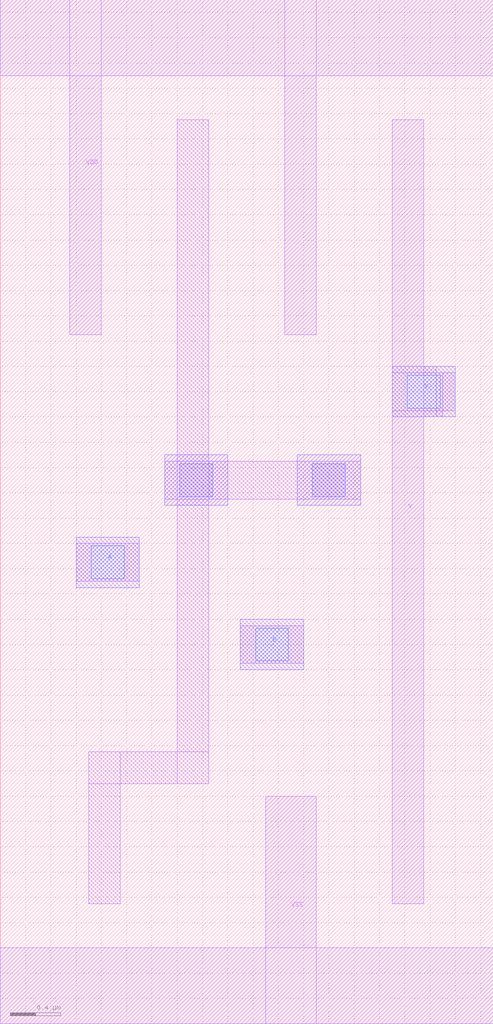
<source format=lef>
# Copyright 2022 Google LLC
# Licensed under the Apache License, Version 2.0 (the "License");
# you may not use this file except in compliance with the License.
# You may obtain a copy of the License at
#
#      http://www.apache.org/licenses/LICENSE-2.0
#
# Unless required by applicable law or agreed to in writing, software
# distributed under the License is distributed on an "AS IS" BASIS,
# WITHOUT WARRANTIES OR CONDITIONS OF ANY KIND, either express or implied.
# See the License for the specific language governing permissions and
# limitations under the License.
VERSION 5.7 ;
BUSBITCHARS "[]" ;
DIVIDERCHAR "/" ;

MACRO gf180mcu_osu_sc_gp12t3v3__and2_1
  CLASS CORE ;
  ORIGIN 0 0 ;
  FOREIGN gf180mcu_osu_sc_gp12t3v3__and2_1 0 0 ;
  SIZE 3.9 BY 8.1 ;
  SYMMETRY X Y ;
  SITE GF180_3p3_12t ;
  PIN VDD
    DIRECTION INOUT ;
    USE POWER ;
    SHAPE ABUTMENT ;
    PORT
      LAYER MET1 ;
        RECT 0 7.5 3.9 8.1 ;
        RECT 2.25 5.45 2.5 8.1 ;
        RECT 0.55 5.45 0.8 8.1 ;
    END
  END VDD
  PIN VSS
    DIRECTION INOUT ;
    USE GROUND ;
    PORT
      LAYER MET1 ;
        RECT 0 0 3.9 0.6 ;
        RECT 2.1 0 2.5 1.8 ;
    END
  END VSS
  PIN A
    DIRECTION INPUT ;
    USE SIGNAL ;
    PORT
      LAYER MET1 ;
        RECT 0.6 3.5 1.1 3.8 ;
      LAYER MET2 ;
        RECT 0.6 3.45 1.1 3.85 ;
      LAYER VIA12 ;
        RECT 0.72 3.52 0.98 3.78 ;
    END
  END A
  PIN B
    DIRECTION INPUT ;
    USE SIGNAL ;
    PORT
      LAYER MET1 ;
        RECT 1.9 2.85 2.4 3.15 ;
      LAYER MET2 ;
        RECT 1.9 2.8 2.4 3.2 ;
      LAYER VIA12 ;
        RECT 2.02 2.87 2.28 3.13 ;
    END
  END B
  PIN Y
    DIRECTION OUTPUT ;
    USE SIGNAL ;
    PORT
      LAYER MET1 ;
        RECT 3.1 4.85 3.6 5.15 ;
        RECT 3.1 4.8 3.5 5.15 ;
        RECT 3.1 4.8 3.45 5.2 ;
        RECT 3.1 0.95 3.35 7.15 ;
      LAYER MET2 ;
        RECT 3.1 4.8 3.6 5.2 ;
      LAYER VIA12 ;
        RECT 3.22 4.87 3.48 5.13 ;
    END
  END Y
  OBS
    LAYER MET2 ;
      RECT 2.35 4.1 2.85 4.5 ;
      RECT 1.3 4.1 1.8 4.5 ;
    LAYER VIA12 ;
      RECT 2.47 4.17 2.73 4.43 ;
      RECT 1.42 4.17 1.68 4.43 ;
    LAYER MET1 ;
      RECT 1.4 1.9 1.65 7.15 ;
      RECT 1.3 4.15 2.85 4.45 ;
      RECT 0.7 1.9 1.65 2.15 ;
      RECT 0.7 0.95 0.95 2.15 ;
  END
END gf180mcu_osu_sc_gp12t3v3__and2_1

</source>
